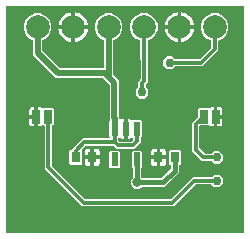
<source format=gtl>
G04 EAGLE Gerber RS-274X export*
G75*
%MOMM*%
%FSLAX34Y34*%
%LPD*%
%INTop Copper*%
%IPPOS*%
%AMOC8*
5,1,8,0,0,1.08239X$1,22.5*%
G01*
%ADD10C,2.000000*%
%ADD11R,0.750000X0.940000*%
%ADD12R,0.600000X1.150000*%
%ADD13R,0.635000X1.143000*%
%ADD14C,0.756400*%
%ADD15C,0.152400*%
%ADD16C,0.406400*%
%ADD17C,0.304800*%
%ADD18C,0.806400*%
%ADD19C,0.508000*%

G36*
X195020Y-5758D02*
X195020Y-5758D01*
X195039Y-5760D01*
X195141Y-5738D01*
X195243Y-5722D01*
X195260Y-5712D01*
X195280Y-5708D01*
X195369Y-5655D01*
X195460Y-5606D01*
X195474Y-5592D01*
X195491Y-5582D01*
X195558Y-5503D01*
X195630Y-5428D01*
X195638Y-5410D01*
X195651Y-5395D01*
X195690Y-5299D01*
X195733Y-5205D01*
X195735Y-5185D01*
X195743Y-5167D01*
X195761Y-5000D01*
X195761Y186166D01*
X195758Y186186D01*
X195760Y186206D01*
X195738Y186307D01*
X195722Y186409D01*
X195712Y186426D01*
X195708Y186446D01*
X195655Y186535D01*
X195606Y186626D01*
X195592Y186640D01*
X195582Y186657D01*
X195503Y186724D01*
X195428Y186796D01*
X195410Y186804D01*
X195395Y186817D01*
X195299Y186856D01*
X195205Y186899D01*
X195185Y186901D01*
X195167Y186909D01*
X195000Y186927D01*
X-5000Y186927D01*
X-5020Y186924D01*
X-5039Y186926D01*
X-5141Y186904D01*
X-5243Y186888D01*
X-5260Y186878D01*
X-5280Y186874D01*
X-5369Y186821D01*
X-5460Y186773D01*
X-5474Y186758D01*
X-5491Y186748D01*
X-5558Y186669D01*
X-5630Y186594D01*
X-5638Y186576D01*
X-5651Y186561D01*
X-5690Y186465D01*
X-5733Y186371D01*
X-5735Y186351D01*
X-5743Y186333D01*
X-5761Y186166D01*
X-5761Y-5000D01*
X-5758Y-5020D01*
X-5760Y-5039D01*
X-5738Y-5141D01*
X-5722Y-5243D01*
X-5712Y-5260D01*
X-5708Y-5280D01*
X-5655Y-5369D01*
X-5606Y-5460D01*
X-5592Y-5474D01*
X-5582Y-5491D01*
X-5503Y-5558D01*
X-5428Y-5630D01*
X-5410Y-5638D01*
X-5395Y-5651D01*
X-5299Y-5690D01*
X-5205Y-5733D01*
X-5185Y-5735D01*
X-5167Y-5743D01*
X-5000Y-5761D01*
X195000Y-5761D01*
X195020Y-5758D01*
G37*
%LPC*%
G36*
X48919Y52412D02*
X48919Y52412D01*
X48026Y53305D01*
X48026Y63968D01*
X48919Y64861D01*
X49491Y64861D01*
X49510Y64864D01*
X49530Y64862D01*
X49631Y64884D01*
X49733Y64901D01*
X49751Y64910D01*
X49771Y64914D01*
X49860Y64968D01*
X49951Y65016D01*
X49965Y65030D01*
X49982Y65041D01*
X50049Y65119D01*
X50120Y65194D01*
X50129Y65212D01*
X50142Y65228D01*
X50180Y65324D01*
X50224Y65417D01*
X50226Y65437D01*
X50233Y65456D01*
X50248Y65590D01*
X59247Y74589D01*
X81604Y74589D01*
X81675Y74601D01*
X81746Y74603D01*
X81795Y74621D01*
X81847Y74629D01*
X81910Y74662D01*
X81977Y74687D01*
X82018Y74720D01*
X82064Y74744D01*
X82113Y74796D01*
X82169Y74841D01*
X82197Y74885D01*
X82233Y74922D01*
X82264Y74987D01*
X82302Y75048D01*
X82315Y75098D01*
X82337Y75145D01*
X82345Y75217D01*
X82362Y75286D01*
X82358Y75338D01*
X82364Y75390D01*
X82349Y75460D01*
X82343Y75531D01*
X82323Y75579D01*
X82312Y75630D01*
X82275Y75692D01*
X82247Y75758D01*
X82202Y75814D01*
X82186Y75841D01*
X82168Y75857D01*
X82142Y75889D01*
X81676Y76355D01*
X81676Y89118D01*
X81783Y89225D01*
X81836Y89299D01*
X81896Y89368D01*
X81908Y89399D01*
X81927Y89425D01*
X81953Y89512D01*
X81987Y89597D01*
X81992Y89638D01*
X81999Y89660D01*
X81998Y89692D01*
X82006Y89763D01*
X82006Y119767D01*
X81991Y119858D01*
X81984Y119948D01*
X81971Y119978D01*
X81966Y120010D01*
X81923Y120091D01*
X81888Y120175D01*
X81862Y120207D01*
X81851Y120228D01*
X81828Y120250D01*
X81783Y120306D01*
X76640Y125449D01*
X76566Y125502D01*
X76497Y125561D01*
X76466Y125573D01*
X76440Y125592D01*
X76353Y125619D01*
X76268Y125653D01*
X76227Y125658D01*
X76205Y125665D01*
X76173Y125664D01*
X76102Y125672D01*
X36417Y125672D01*
X17036Y145053D01*
X17036Y157537D01*
X17017Y157652D01*
X17000Y157768D01*
X16997Y157774D01*
X16996Y157780D01*
X16942Y157883D01*
X16889Y157987D01*
X16884Y157992D01*
X16881Y157997D01*
X16797Y158077D01*
X16713Y158160D01*
X16706Y158163D01*
X16703Y158167D01*
X16686Y158175D01*
X16566Y158241D01*
X14572Y159066D01*
X11331Y162308D01*
X9576Y166544D01*
X9576Y171129D01*
X11331Y175365D01*
X14572Y178607D01*
X18808Y180361D01*
X23393Y180361D01*
X27629Y178607D01*
X30871Y175365D01*
X32625Y171129D01*
X32625Y166544D01*
X30871Y162308D01*
X27629Y159066D01*
X25635Y158241D01*
X25535Y158179D01*
X25436Y158119D01*
X25432Y158114D01*
X25426Y158111D01*
X25351Y158020D01*
X25276Y157932D01*
X25273Y157926D01*
X25269Y157921D01*
X25228Y157813D01*
X25184Y157704D01*
X25183Y157696D01*
X25181Y157692D01*
X25181Y157674D01*
X25165Y157537D01*
X25165Y148735D01*
X25180Y148645D01*
X25187Y148554D01*
X25200Y148525D01*
X25205Y148493D01*
X25248Y148412D01*
X25284Y148328D01*
X25309Y148296D01*
X25320Y148275D01*
X25344Y148253D01*
X25388Y148197D01*
X39561Y134024D01*
X39635Y133971D01*
X39705Y133912D01*
X39735Y133899D01*
X39761Y133881D01*
X39848Y133854D01*
X39933Y133820D01*
X39974Y133815D01*
X39996Y133808D01*
X40028Y133809D01*
X40100Y133801D01*
X76389Y133801D01*
X76409Y133804D01*
X76429Y133802D01*
X76530Y133824D01*
X76632Y133841D01*
X76649Y133850D01*
X76669Y133854D01*
X76758Y133908D01*
X76849Y133956D01*
X76863Y133970D01*
X76880Y133981D01*
X76947Y134059D01*
X77019Y134134D01*
X77027Y134152D01*
X77040Y134168D01*
X77079Y134264D01*
X77122Y134357D01*
X77124Y134377D01*
X77132Y134396D01*
X77150Y134562D01*
X77150Y157537D01*
X77132Y157652D01*
X77115Y157768D01*
X77112Y157774D01*
X77111Y157780D01*
X77056Y157883D01*
X77003Y157987D01*
X76999Y157992D01*
X76996Y157997D01*
X76912Y158077D01*
X76827Y158160D01*
X76821Y158163D01*
X76817Y158167D01*
X76800Y158174D01*
X76680Y158240D01*
X74687Y159066D01*
X71445Y162308D01*
X69690Y166544D01*
X69690Y171129D01*
X71445Y175365D01*
X74687Y178607D01*
X78923Y180361D01*
X83508Y180361D01*
X87743Y178607D01*
X90985Y175365D01*
X92740Y171129D01*
X92740Y166544D01*
X90985Y162308D01*
X87743Y159066D01*
X85750Y158240D01*
X85651Y158179D01*
X85550Y158119D01*
X85546Y158114D01*
X85541Y158111D01*
X85467Y158021D01*
X85390Y157932D01*
X85388Y157926D01*
X85384Y157921D01*
X85342Y157813D01*
X85298Y157704D01*
X85298Y157696D01*
X85296Y157692D01*
X85295Y157673D01*
X85280Y157537D01*
X85280Y128621D01*
X85295Y128531D01*
X85302Y128440D01*
X85314Y128410D01*
X85320Y128378D01*
X85362Y128298D01*
X85398Y128214D01*
X85424Y128182D01*
X85435Y128161D01*
X85458Y128139D01*
X85503Y128083D01*
X90135Y123450D01*
X90135Y93649D01*
X90150Y93559D01*
X90157Y93468D01*
X90170Y93439D01*
X90175Y93407D01*
X90218Y93326D01*
X90254Y93242D01*
X90265Y93227D01*
X90265Y91333D01*
X90281Y91239D01*
X90289Y91144D01*
X90301Y91118D01*
X90305Y91090D01*
X90350Y91006D01*
X90388Y90918D01*
X90407Y90898D01*
X90420Y90873D01*
X90489Y90807D01*
X90553Y90736D01*
X90578Y90723D01*
X90599Y90703D01*
X90685Y90663D01*
X90768Y90617D01*
X90796Y90612D01*
X90822Y90600D01*
X90916Y90589D01*
X91010Y90572D01*
X91038Y90576D01*
X91066Y90573D01*
X91159Y90593D01*
X91254Y90606D01*
X91286Y90620D01*
X91306Y90625D01*
X91335Y90642D01*
X91407Y90673D01*
X91720Y90854D01*
X92366Y91027D01*
X94201Y91027D01*
X94201Y83475D01*
X94205Y83455D01*
X94202Y83435D01*
X94224Y83334D01*
X94241Y83232D01*
X94250Y83214D01*
X94255Y83195D01*
X94308Y83106D01*
X94356Y83015D01*
X94371Y83001D01*
X94381Y82984D01*
X94460Y82916D01*
X94535Y82845D01*
X94553Y82837D01*
X94568Y82824D01*
X94664Y82785D01*
X94758Y82742D01*
X94777Y82739D01*
X94795Y82732D01*
X94720Y82720D01*
X94702Y82710D01*
X94683Y82706D01*
X94594Y82653D01*
X94503Y82605D01*
X94489Y82590D01*
X94472Y82580D01*
X94404Y82501D01*
X94333Y82426D01*
X94325Y82408D01*
X94312Y82393D01*
X94273Y82297D01*
X94230Y82203D01*
X94227Y82183D01*
X94220Y82165D01*
X94201Y81998D01*
X94201Y74446D01*
X92366Y74446D01*
X91720Y74619D01*
X91141Y74953D01*
X90771Y75323D01*
X90754Y75335D01*
X90742Y75351D01*
X90655Y75407D01*
X90571Y75467D01*
X90552Y75473D01*
X90535Y75484D01*
X90434Y75509D01*
X90336Y75539D01*
X90316Y75539D01*
X90296Y75544D01*
X90193Y75536D01*
X90090Y75533D01*
X90071Y75526D01*
X90051Y75525D01*
X89956Y75484D01*
X89859Y75449D01*
X89843Y75436D01*
X89825Y75428D01*
X89726Y75349D01*
X89647Y75307D01*
X89633Y75292D01*
X89616Y75282D01*
X89548Y75204D01*
X89477Y75129D01*
X89469Y75110D01*
X89456Y75095D01*
X89417Y74999D01*
X89374Y74905D01*
X89371Y74886D01*
X89364Y74867D01*
X89345Y74700D01*
X89345Y73119D01*
X89347Y73108D01*
X89360Y73028D01*
X89367Y72938D01*
X89380Y72908D01*
X89385Y72876D01*
X89428Y72795D01*
X89464Y72711D01*
X89489Y72679D01*
X89500Y72658D01*
X89524Y72636D01*
X89568Y72580D01*
X90041Y72108D01*
X90114Y72055D01*
X90184Y71996D01*
X90214Y71983D01*
X90240Y71965D01*
X90327Y71938D01*
X90412Y71904D01*
X90453Y71899D01*
X90475Y71892D01*
X90508Y71893D01*
X90579Y71885D01*
X100460Y71885D01*
X100550Y71900D01*
X100641Y71907D01*
X100671Y71920D01*
X100703Y71925D01*
X100784Y71968D01*
X100868Y72003D01*
X100900Y72029D01*
X100920Y72040D01*
X100921Y72041D01*
X100922Y72041D01*
X100943Y72064D01*
X100999Y72108D01*
X101929Y73039D01*
X101982Y73112D01*
X102042Y73182D01*
X102054Y73212D01*
X102073Y73238D01*
X102099Y73325D01*
X102133Y73410D01*
X102138Y73451D01*
X102145Y73473D01*
X102144Y73506D01*
X102152Y73577D01*
X102152Y74700D01*
X102149Y74720D01*
X102151Y74740D01*
X102129Y74841D01*
X102112Y74943D01*
X102103Y74961D01*
X102099Y74980D01*
X102045Y75069D01*
X101997Y75161D01*
X101983Y75174D01*
X101972Y75191D01*
X101894Y75259D01*
X101819Y75330D01*
X101801Y75338D01*
X101786Y75351D01*
X101689Y75390D01*
X101596Y75434D01*
X101576Y75436D01*
X101557Y75443D01*
X101538Y75445D01*
X101508Y75467D01*
X101489Y75473D01*
X101472Y75484D01*
X101371Y75509D01*
X101273Y75539D01*
X101253Y75539D01*
X101233Y75544D01*
X101130Y75536D01*
X101027Y75533D01*
X101008Y75526D01*
X100988Y75525D01*
X100893Y75484D01*
X100796Y75449D01*
X100780Y75436D01*
X100762Y75428D01*
X100631Y75323D01*
X100261Y74953D01*
X99681Y74619D01*
X99035Y74446D01*
X97200Y74446D01*
X97200Y81998D01*
X97197Y82018D01*
X97199Y82038D01*
X97177Y82139D01*
X97160Y82241D01*
X97151Y82259D01*
X97147Y82278D01*
X97093Y82367D01*
X97045Y82458D01*
X97031Y82472D01*
X97020Y82489D01*
X96942Y82557D01*
X96867Y82628D01*
X96849Y82636D01*
X96834Y82649D01*
X96737Y82688D01*
X96644Y82731D01*
X96624Y82734D01*
X96606Y82741D01*
X96681Y82753D01*
X96699Y82762D01*
X96719Y82767D01*
X96808Y82820D01*
X96899Y82868D01*
X96913Y82883D01*
X96930Y82893D01*
X96997Y82972D01*
X97068Y83047D01*
X97077Y83065D01*
X97090Y83080D01*
X97128Y83176D01*
X97172Y83270D01*
X97174Y83289D01*
X97181Y83308D01*
X97200Y83475D01*
X97200Y91027D01*
X99035Y91027D01*
X99681Y90854D01*
X100261Y90520D01*
X100631Y90149D01*
X100647Y90138D01*
X100660Y90122D01*
X100747Y90066D01*
X100831Y90006D01*
X100850Y90000D01*
X100866Y89989D01*
X100967Y89964D01*
X101066Y89934D01*
X101086Y89934D01*
X101105Y89929D01*
X101208Y89937D01*
X101312Y89940D01*
X101330Y89947D01*
X101350Y89948D01*
X101445Y89989D01*
X101507Y90011D01*
X108832Y90011D01*
X109725Y89118D01*
X109725Y76355D01*
X108797Y75427D01*
X108768Y75422D01*
X108750Y75413D01*
X108731Y75408D01*
X108642Y75355D01*
X108551Y75307D01*
X108537Y75292D01*
X108520Y75282D01*
X108452Y75204D01*
X108381Y75129D01*
X108373Y75110D01*
X108360Y75095D01*
X108321Y74999D01*
X108278Y74905D01*
X108275Y74886D01*
X108268Y74867D01*
X108249Y74700D01*
X108249Y73770D01*
X108264Y73680D01*
X108271Y73589D01*
X108284Y73559D01*
X108289Y73527D01*
X108332Y73446D01*
X108346Y73413D01*
X108346Y70832D01*
X106337Y68823D01*
X105310Y67797D01*
X105310Y67796D01*
X103301Y65788D01*
X87738Y65788D01*
X85729Y67796D01*
X85729Y67797D01*
X85257Y68269D01*
X85183Y68322D01*
X85113Y68381D01*
X85083Y68393D01*
X85057Y68412D01*
X84970Y68439D01*
X84885Y68473D01*
X84844Y68478D01*
X84822Y68485D01*
X84790Y68484D01*
X84719Y68492D01*
X62088Y68492D01*
X61998Y68477D01*
X61907Y68470D01*
X61877Y68457D01*
X61845Y68452D01*
X61765Y68409D01*
X61681Y68374D01*
X61649Y68348D01*
X61628Y68337D01*
X61606Y68314D01*
X61550Y68269D01*
X58451Y65169D01*
X58439Y65153D01*
X58423Y65141D01*
X58367Y65053D01*
X58307Y64970D01*
X58301Y64951D01*
X58290Y64934D01*
X58265Y64834D01*
X58235Y64735D01*
X58235Y64715D01*
X58230Y64695D01*
X58238Y64592D01*
X58241Y64489D01*
X58248Y64470D01*
X58249Y64450D01*
X58290Y64355D01*
X58325Y64258D01*
X58338Y64242D01*
X58346Y64224D01*
X58451Y64093D01*
X58575Y63968D01*
X58575Y53305D01*
X57682Y52412D01*
X48919Y52412D01*
G37*
%LPD*%
%LPC*%
G36*
X58737Y16951D02*
X58737Y16951D01*
X26951Y48737D01*
X26951Y84953D01*
X26948Y84972D01*
X26950Y84992D01*
X26928Y85093D01*
X26912Y85195D01*
X26902Y85213D01*
X26898Y85233D01*
X26845Y85322D01*
X26796Y85413D01*
X26782Y85427D01*
X26772Y85444D01*
X26693Y85511D01*
X26618Y85582D01*
X26600Y85591D01*
X26585Y85604D01*
X26489Y85642D01*
X26395Y85686D01*
X26375Y85688D01*
X26357Y85695D01*
X26329Y85699D01*
X26251Y85776D01*
X26154Y85846D01*
X26058Y85917D01*
X26054Y85918D01*
X26051Y85920D01*
X25937Y85955D01*
X25824Y85991D01*
X25820Y85991D01*
X25816Y85992D01*
X25697Y85989D01*
X25578Y85987D01*
X25574Y85986D01*
X25570Y85986D01*
X25459Y85945D01*
X25346Y85905D01*
X25343Y85903D01*
X25339Y85901D01*
X25245Y85826D01*
X25152Y85753D01*
X25150Y85750D01*
X25147Y85748D01*
X25140Y85737D01*
X25124Y85714D01*
X24615Y85206D01*
X24036Y84871D01*
X23389Y84698D01*
X21403Y84698D01*
X21403Y92192D01*
X21400Y92211D01*
X21402Y92231D01*
X21380Y92332D01*
X21363Y92434D01*
X21354Y92452D01*
X21350Y92471D01*
X21297Y92560D01*
X21248Y92652D01*
X21234Y92665D01*
X21224Y92683D01*
X21145Y92750D01*
X21070Y92821D01*
X21052Y92829D01*
X21037Y92842D01*
X20941Y92881D01*
X20847Y92925D01*
X20827Y92927D01*
X20809Y92934D01*
X20642Y92953D01*
X19879Y92953D01*
X19879Y92955D01*
X20642Y92955D01*
X20662Y92958D01*
X20681Y92956D01*
X20783Y92978D01*
X20885Y92994D01*
X20902Y93004D01*
X20922Y93008D01*
X21011Y93061D01*
X21102Y93109D01*
X21116Y93124D01*
X21133Y93134D01*
X21200Y93213D01*
X21271Y93288D01*
X21280Y93306D01*
X21293Y93321D01*
X21332Y93417D01*
X21375Y93511D01*
X21377Y93531D01*
X21385Y93549D01*
X21403Y93716D01*
X21403Y101209D01*
X23390Y101209D01*
X24036Y101036D01*
X24615Y100702D01*
X25159Y100158D01*
X25161Y100156D01*
X25203Y100104D01*
X25206Y100102D01*
X25209Y100099D01*
X25312Y100034D01*
X25410Y99971D01*
X25414Y99970D01*
X25417Y99968D01*
X25534Y99940D01*
X25649Y99911D01*
X25652Y99911D01*
X25656Y99910D01*
X25775Y99921D01*
X25894Y99930D01*
X25897Y99931D01*
X25901Y99932D01*
X26010Y99979D01*
X26120Y100026D01*
X26124Y100029D01*
X26126Y100030D01*
X26136Y100039D01*
X26251Y100131D01*
X26313Y100193D01*
X33927Y100193D01*
X34820Y99300D01*
X34820Y86607D01*
X33927Y85714D01*
X33810Y85714D01*
X33790Y85711D01*
X33771Y85713D01*
X33669Y85691D01*
X33567Y85674D01*
X33550Y85665D01*
X33530Y85661D01*
X33441Y85607D01*
X33350Y85559D01*
X33336Y85545D01*
X33319Y85534D01*
X33252Y85456D01*
X33180Y85381D01*
X33172Y85363D01*
X33159Y85348D01*
X33120Y85251D01*
X33077Y85158D01*
X33075Y85138D01*
X33067Y85119D01*
X33049Y84953D01*
X33049Y51578D01*
X33063Y51488D01*
X33071Y51397D01*
X33083Y51367D01*
X33088Y51335D01*
X33131Y51255D01*
X33167Y51171D01*
X33193Y51139D01*
X33204Y51118D01*
X33227Y51096D01*
X33272Y51040D01*
X61040Y23272D01*
X61114Y23219D01*
X61183Y23159D01*
X61213Y23147D01*
X61240Y23128D01*
X61327Y23101D01*
X61411Y23067D01*
X61452Y23063D01*
X61475Y23056D01*
X61507Y23057D01*
X61578Y23049D01*
X133422Y23049D01*
X133512Y23063D01*
X133603Y23071D01*
X133633Y23083D01*
X133665Y23088D01*
X133745Y23131D01*
X133829Y23167D01*
X133861Y23193D01*
X133882Y23204D01*
X133904Y23227D01*
X133960Y23272D01*
X152385Y41696D01*
X168051Y41696D01*
X168141Y41711D01*
X168232Y41718D01*
X168262Y41731D01*
X168294Y41736D01*
X168375Y41779D01*
X168458Y41814D01*
X168491Y41840D01*
X168511Y41851D01*
X168533Y41874D01*
X168589Y41919D01*
X170624Y43954D01*
X175021Y43954D01*
X178129Y40846D01*
X178129Y36449D01*
X175021Y33341D01*
X170624Y33341D01*
X168589Y35376D01*
X168515Y35429D01*
X168446Y35488D01*
X168416Y35501D01*
X168390Y35519D01*
X168303Y35546D01*
X168218Y35580D01*
X168177Y35585D01*
X168155Y35592D01*
X168122Y35591D01*
X168051Y35599D01*
X155226Y35599D01*
X155136Y35584D01*
X155045Y35577D01*
X155015Y35564D01*
X154983Y35559D01*
X154902Y35516D01*
X154818Y35481D01*
X154786Y35455D01*
X154766Y35444D01*
X154743Y35421D01*
X154687Y35376D01*
X136263Y16951D01*
X58737Y16951D01*
G37*
%LPD*%
%LPC*%
G36*
X130700Y133350D02*
X130700Y133350D01*
X127591Y136459D01*
X127591Y140855D01*
X130700Y143964D01*
X135096Y143964D01*
X137131Y141928D01*
X137205Y141875D01*
X137274Y141816D01*
X137305Y141804D01*
X137331Y141785D01*
X137418Y141758D01*
X137503Y141724D01*
X137544Y141719D01*
X137566Y141713D01*
X137598Y141713D01*
X137669Y141706D01*
X157695Y141706D01*
X157785Y141720D01*
X157876Y141727D01*
X157905Y141740D01*
X157937Y141745D01*
X158018Y141788D01*
X158102Y141824D01*
X158134Y141849D01*
X158155Y141860D01*
X158177Y141884D01*
X158233Y141928D01*
X167796Y151492D01*
X167850Y151566D01*
X167909Y151635D01*
X167921Y151666D01*
X167940Y151692D01*
X167967Y151779D01*
X168001Y151864D01*
X168005Y151904D01*
X168012Y151927D01*
X168012Y151959D01*
X168019Y152030D01*
X168019Y157116D01*
X168001Y157231D01*
X167984Y157347D01*
X167981Y157353D01*
X167980Y157359D01*
X167925Y157462D01*
X167872Y157567D01*
X167868Y157571D01*
X167865Y157576D01*
X167781Y157656D01*
X167696Y157739D01*
X167690Y157742D01*
X167686Y157746D01*
X167669Y157754D01*
X167549Y157820D01*
X164540Y159066D01*
X161298Y162308D01*
X159543Y166544D01*
X159543Y171129D01*
X161298Y175365D01*
X164540Y178607D01*
X168776Y180361D01*
X173361Y180361D01*
X177596Y178607D01*
X180838Y175365D01*
X182593Y171129D01*
X182593Y166544D01*
X180838Y162308D01*
X177596Y159066D01*
X174587Y157820D01*
X174488Y157758D01*
X174387Y157698D01*
X174383Y157693D01*
X174378Y157690D01*
X174304Y157600D01*
X174227Y157511D01*
X174225Y157505D01*
X174221Y157501D01*
X174179Y157392D01*
X174135Y157283D01*
X174135Y157275D01*
X174133Y157271D01*
X174132Y157253D01*
X174117Y157116D01*
X174117Y149189D01*
X160536Y135608D01*
X137669Y135608D01*
X137579Y135593D01*
X137488Y135586D01*
X137459Y135574D01*
X137427Y135568D01*
X137346Y135526D01*
X137262Y135490D01*
X137230Y135464D01*
X137209Y135453D01*
X137187Y135430D01*
X137131Y135385D01*
X135096Y133350D01*
X130700Y133350D01*
G37*
%LPD*%
%LPC*%
G36*
X107154Y108148D02*
X107154Y108148D01*
X104045Y111256D01*
X104045Y115653D01*
X106080Y117688D01*
X106133Y117762D01*
X106193Y117831D01*
X106205Y117861D01*
X106224Y117887D01*
X106250Y117974D01*
X106285Y118059D01*
X106289Y118100D01*
X106296Y118123D01*
X106295Y118155D01*
X106303Y118226D01*
X106303Y122726D01*
X107938Y124361D01*
X107992Y124436D01*
X108052Y124506D01*
X108063Y124535D01*
X108081Y124560D01*
X108109Y124649D01*
X108143Y124735D01*
X108147Y124774D01*
X108154Y124796D01*
X108153Y124828D01*
X108161Y124901D01*
X108058Y157103D01*
X108039Y157217D01*
X108022Y157332D01*
X108019Y157339D01*
X108018Y157346D01*
X107964Y157447D01*
X107911Y157551D01*
X107905Y157556D01*
X107902Y157563D01*
X107818Y157642D01*
X107735Y157723D01*
X107727Y157728D01*
X107723Y157732D01*
X107704Y157740D01*
X107588Y157804D01*
X104541Y159066D01*
X101299Y162308D01*
X99545Y166544D01*
X99545Y171129D01*
X101299Y175365D01*
X104541Y178607D01*
X108777Y180361D01*
X113362Y180361D01*
X117598Y178607D01*
X120840Y175365D01*
X122594Y171129D01*
X122594Y166544D01*
X120840Y162308D01*
X117598Y159066D01*
X114625Y157835D01*
X114525Y157773D01*
X114492Y157753D01*
X114491Y157753D01*
X114424Y157712D01*
X114421Y157708D01*
X114416Y157706D01*
X114341Y157615D01*
X114265Y157525D01*
X114263Y157520D01*
X114260Y157516D01*
X114217Y157406D01*
X114173Y157296D01*
X114173Y157290D01*
X114171Y157286D01*
X114171Y157271D01*
X114155Y157129D01*
X114258Y124907D01*
X114263Y124877D01*
X114263Y123336D01*
X114264Y123335D01*
X114263Y123333D01*
X114267Y122067D01*
X113374Y121174D01*
X113374Y121173D01*
X113373Y121172D01*
X112622Y120417D01*
X112570Y120343D01*
X112511Y120275D01*
X112498Y120244D01*
X112479Y120216D01*
X112453Y120130D01*
X112419Y120047D01*
X112414Y120004D01*
X112407Y119981D01*
X112408Y119949D01*
X112401Y119880D01*
X112401Y118226D01*
X112415Y118136D01*
X112422Y118045D01*
X112435Y118015D01*
X112440Y117983D01*
X112483Y117903D01*
X112519Y117819D01*
X112544Y117787D01*
X112555Y117766D01*
X112579Y117744D01*
X112624Y117688D01*
X114659Y115653D01*
X114659Y111256D01*
X111550Y108148D01*
X107154Y108148D01*
G37*
%LPD*%
%LPC*%
G36*
X104176Y31724D02*
X104176Y31724D01*
X102133Y32570D01*
X100570Y34133D01*
X99724Y36175D01*
X99724Y38386D01*
X100570Y40428D01*
X101425Y41283D01*
X101479Y41358D01*
X101538Y41427D01*
X101550Y41457D01*
X101569Y41483D01*
X101596Y41571D01*
X101630Y41655D01*
X101634Y41696D01*
X101641Y41718D01*
X101641Y41750D01*
X101648Y41822D01*
X101646Y49069D01*
X101644Y49081D01*
X101645Y49088D01*
X101637Y49127D01*
X101632Y49159D01*
X101624Y49250D01*
X101612Y49280D01*
X101606Y49312D01*
X101564Y49393D01*
X101528Y49477D01*
X101502Y49509D01*
X101491Y49530D01*
X101468Y49552D01*
X101423Y49608D01*
X100676Y50355D01*
X100676Y63118D01*
X101569Y64011D01*
X108832Y64011D01*
X109725Y63118D01*
X109725Y50355D01*
X108983Y49612D01*
X108929Y49538D01*
X108870Y49468D01*
X108858Y49439D01*
X108839Y49412D01*
X108812Y49325D01*
X108778Y49240D01*
X108774Y49200D01*
X108767Y49177D01*
X108768Y49145D01*
X108760Y49074D01*
X108762Y41973D01*
X108777Y41883D01*
X108784Y41792D01*
X108796Y41762D01*
X108802Y41730D01*
X108844Y41650D01*
X108880Y41566D01*
X108906Y41534D01*
X108917Y41513D01*
X108940Y41491D01*
X108985Y41435D01*
X109360Y41060D01*
X109434Y41007D01*
X109503Y40948D01*
X109533Y40935D01*
X109559Y40917D01*
X109646Y40890D01*
X109731Y40856D01*
X109772Y40851D01*
X109794Y40844D01*
X109827Y40845D01*
X109898Y40837D01*
X125492Y40837D01*
X125582Y40852D01*
X125673Y40859D01*
X125703Y40872D01*
X125735Y40877D01*
X125815Y40920D01*
X125899Y40955D01*
X125931Y40981D01*
X125952Y40992D01*
X125974Y41015D01*
X126030Y41060D01*
X133513Y48543D01*
X133560Y48608D01*
X133572Y48621D01*
X133574Y48627D01*
X133626Y48687D01*
X133638Y48717D01*
X133657Y48743D01*
X133683Y48830D01*
X133718Y48915D01*
X133722Y48956D01*
X133729Y48978D01*
X133728Y49010D01*
X133736Y49081D01*
X133736Y51650D01*
X133733Y51670D01*
X133735Y51690D01*
X133713Y51791D01*
X133696Y51893D01*
X133687Y51911D01*
X133683Y51930D01*
X133630Y52019D01*
X133581Y52111D01*
X133567Y52124D01*
X133557Y52141D01*
X133478Y52209D01*
X133403Y52280D01*
X133385Y52288D01*
X133370Y52301D01*
X133274Y52340D01*
X133180Y52384D01*
X133160Y52386D01*
X133142Y52393D01*
X132975Y52412D01*
X132911Y52412D01*
X132018Y53305D01*
X132018Y63968D01*
X132911Y64861D01*
X141674Y64861D01*
X142568Y63968D01*
X142568Y53305D01*
X141674Y52412D01*
X141611Y52412D01*
X141591Y52408D01*
X141571Y52411D01*
X141470Y52389D01*
X141368Y52372D01*
X141351Y52363D01*
X141331Y52358D01*
X141242Y52305D01*
X141151Y52257D01*
X141137Y52242D01*
X141120Y52232D01*
X141053Y52154D01*
X140981Y52079D01*
X140973Y52060D01*
X140960Y52045D01*
X140921Y51949D01*
X140878Y51855D01*
X140876Y51836D01*
X140868Y51817D01*
X140850Y51650D01*
X140850Y45820D01*
X128754Y33724D01*
X109898Y33724D01*
X109808Y33709D01*
X109717Y33702D01*
X109687Y33689D01*
X109655Y33684D01*
X109574Y33641D01*
X109491Y33606D01*
X109458Y33580D01*
X109438Y33569D01*
X109416Y33546D01*
X109360Y33501D01*
X108429Y32570D01*
X106386Y31724D01*
X104176Y31724D01*
G37*
%LPD*%
%LPC*%
G36*
X170624Y53309D02*
X170624Y53309D01*
X168589Y55344D01*
X168515Y55397D01*
X168446Y55456D01*
X168416Y55468D01*
X168390Y55487D01*
X168303Y55514D01*
X168218Y55548D01*
X168177Y55553D01*
X168155Y55560D01*
X168122Y55559D01*
X168051Y55567D01*
X160122Y55567D01*
X151951Y63737D01*
X151951Y87648D01*
X156646Y92343D01*
X156699Y92417D01*
X156758Y92486D01*
X156770Y92516D01*
X156789Y92542D01*
X156816Y92629D01*
X156850Y92714D01*
X156855Y92755D01*
X156862Y92777D01*
X156861Y92810D01*
X156869Y92881D01*
X156869Y99300D01*
X157762Y100193D01*
X165375Y100193D01*
X165437Y100131D01*
X165534Y100062D01*
X165630Y99991D01*
X165634Y99990D01*
X165637Y99987D01*
X165752Y99952D01*
X165865Y99916D01*
X165868Y99916D01*
X165872Y99915D01*
X165991Y99918D01*
X166111Y99920D01*
X166114Y99921D01*
X166118Y99921D01*
X166229Y99962D01*
X166342Y100002D01*
X166345Y100005D01*
X166349Y100006D01*
X166443Y100081D01*
X166536Y100154D01*
X166539Y100158D01*
X166541Y100160D01*
X166548Y100171D01*
X166565Y100193D01*
X167073Y100702D01*
X167653Y101036D01*
X168299Y101209D01*
X170285Y101209D01*
X170285Y93716D01*
X170288Y93696D01*
X170286Y93676D01*
X170308Y93575D01*
X170325Y93473D01*
X170334Y93455D01*
X170338Y93436D01*
X170392Y93347D01*
X170440Y93256D01*
X170454Y93242D01*
X170465Y93225D01*
X170543Y93158D01*
X170618Y93086D01*
X170636Y93078D01*
X170652Y93065D01*
X170748Y93026D01*
X170841Y92983D01*
X170861Y92980D01*
X170880Y92973D01*
X171046Y92955D01*
X171809Y92955D01*
X171809Y92953D01*
X171046Y92953D01*
X171027Y92950D01*
X171007Y92952D01*
X170906Y92930D01*
X170804Y92913D01*
X170786Y92904D01*
X170767Y92900D01*
X170678Y92846D01*
X170586Y92798D01*
X170573Y92784D01*
X170555Y92773D01*
X170488Y92695D01*
X170417Y92620D01*
X170409Y92602D01*
X170396Y92586D01*
X170357Y92490D01*
X170313Y92397D01*
X170311Y92377D01*
X170304Y92358D01*
X170285Y92192D01*
X170285Y84698D01*
X168299Y84698D01*
X167653Y84871D01*
X167073Y85206D01*
X166529Y85749D01*
X166527Y85751D01*
X166485Y85804D01*
X166482Y85806D01*
X166480Y85809D01*
X166378Y85873D01*
X166278Y85937D01*
X166275Y85937D01*
X166271Y85940D01*
X166155Y85968D01*
X166040Y85997D01*
X166036Y85996D01*
X166032Y85997D01*
X165913Y85987D01*
X165795Y85978D01*
X165791Y85976D01*
X165787Y85976D01*
X165678Y85928D01*
X165568Y85881D01*
X165565Y85878D01*
X165562Y85877D01*
X165553Y85869D01*
X165437Y85776D01*
X165375Y85714D01*
X158956Y85714D01*
X158865Y85699D01*
X158775Y85692D01*
X158745Y85679D01*
X158713Y85674D01*
X158632Y85631D01*
X158548Y85596D01*
X158516Y85570D01*
X158495Y85559D01*
X158473Y85536D01*
X158417Y85491D01*
X158272Y85345D01*
X158227Y85283D01*
X158201Y85256D01*
X158196Y85245D01*
X158159Y85202D01*
X158147Y85172D01*
X158128Y85146D01*
X158101Y85059D01*
X158067Y84974D01*
X158063Y84933D01*
X158056Y84911D01*
X158057Y84878D01*
X158049Y84807D01*
X158049Y66578D01*
X158063Y66488D01*
X158071Y66397D01*
X158083Y66367D01*
X158088Y66335D01*
X158131Y66255D01*
X158167Y66171D01*
X158193Y66139D01*
X158204Y66118D01*
X158227Y66096D01*
X158244Y66074D01*
X158249Y66067D01*
X158254Y66063D01*
X158272Y66040D01*
X162424Y61887D01*
X162498Y61834D01*
X162568Y61775D01*
X162598Y61762D01*
X162624Y61744D01*
X162711Y61717D01*
X162796Y61683D01*
X162837Y61678D01*
X162859Y61671D01*
X162891Y61672D01*
X162963Y61664D01*
X168051Y61664D01*
X168141Y61679D01*
X168232Y61686D01*
X168262Y61699D01*
X168294Y61704D01*
X168375Y61747D01*
X168458Y61782D01*
X168491Y61808D01*
X168511Y61819D01*
X168533Y61842D01*
X168589Y61887D01*
X170624Y63922D01*
X175021Y63922D01*
X178129Y60814D01*
X178129Y56417D01*
X175021Y53309D01*
X170624Y53309D01*
G37*
%LPD*%
%LPC*%
G36*
X82569Y49462D02*
X82569Y49462D01*
X81676Y50355D01*
X81676Y63118D01*
X82569Y64011D01*
X89832Y64011D01*
X90725Y63118D01*
X90725Y50355D01*
X89832Y49462D01*
X82569Y49462D01*
G37*
%LPD*%
%LPC*%
G36*
X52667Y170360D02*
X52667Y170360D01*
X52667Y181292D01*
X54080Y181068D01*
X55958Y180458D01*
X57716Y179562D01*
X59313Y178402D01*
X60709Y177006D01*
X61870Y175409D01*
X62766Y173650D01*
X63376Y171773D01*
X63600Y170360D01*
X52667Y170360D01*
G37*
%LPD*%
%LPC*%
G36*
X142562Y170360D02*
X142562Y170360D01*
X142562Y181292D01*
X143976Y181068D01*
X145853Y180458D01*
X147612Y179562D01*
X149209Y178402D01*
X150605Y177006D01*
X151765Y175409D01*
X152661Y173650D01*
X153271Y171773D01*
X153495Y170360D01*
X142562Y170360D01*
G37*
%LPD*%
%LPC*%
G36*
X38688Y170360D02*
X38688Y170360D01*
X38912Y171773D01*
X39522Y173650D01*
X40418Y175409D01*
X41578Y177006D01*
X42974Y178402D01*
X44571Y179562D01*
X46330Y180458D01*
X48207Y181068D01*
X49620Y181292D01*
X49620Y170360D01*
X38688Y170360D01*
G37*
%LPD*%
%LPC*%
G36*
X128583Y170360D02*
X128583Y170360D01*
X128807Y171773D01*
X129417Y173650D01*
X130313Y175409D01*
X131474Y177006D01*
X132869Y178402D01*
X134466Y179562D01*
X136225Y180458D01*
X138102Y181068D01*
X139516Y181292D01*
X139516Y170360D01*
X128583Y170360D01*
G37*
%LPD*%
%LPC*%
G36*
X52667Y167313D02*
X52667Y167313D01*
X63599Y167313D01*
X63376Y165900D01*
X62766Y164022D01*
X61870Y162264D01*
X60709Y160667D01*
X59313Y159271D01*
X57716Y158111D01*
X55958Y157215D01*
X54080Y156604D01*
X52667Y156381D01*
X52667Y167313D01*
G37*
%LPD*%
%LPC*%
G36*
X142562Y167313D02*
X142562Y167313D01*
X153495Y167313D01*
X153271Y165900D01*
X152661Y164022D01*
X151765Y162264D01*
X150605Y160667D01*
X149209Y159271D01*
X147612Y158111D01*
X145853Y157215D01*
X143976Y156604D01*
X142562Y156381D01*
X142562Y167313D01*
G37*
%LPD*%
%LPC*%
G36*
X138102Y156604D02*
X138102Y156604D01*
X136225Y157215D01*
X134466Y158111D01*
X132869Y159271D01*
X131474Y160667D01*
X130313Y162264D01*
X129417Y164022D01*
X128807Y165900D01*
X128583Y167313D01*
X139516Y167313D01*
X139516Y156381D01*
X138102Y156604D01*
G37*
%LPD*%
%LPC*%
G36*
X48207Y156604D02*
X48207Y156604D01*
X46330Y157215D01*
X44571Y158111D01*
X42974Y159271D01*
X41578Y160667D01*
X40418Y162264D01*
X39522Y164022D01*
X38912Y165900D01*
X38688Y167313D01*
X49620Y167313D01*
X49620Y156381D01*
X48207Y156604D01*
G37*
%LPD*%
%LPC*%
G36*
X173332Y94477D02*
X173332Y94477D01*
X173332Y101209D01*
X175318Y101209D01*
X175964Y101036D01*
X176543Y100702D01*
X177016Y100229D01*
X177351Y99649D01*
X177524Y99003D01*
X177524Y94477D01*
X173332Y94477D01*
G37*
%LPD*%
%LPC*%
G36*
X173332Y84698D02*
X173332Y84698D01*
X173332Y91430D01*
X177524Y91430D01*
X177524Y86904D01*
X177351Y86258D01*
X177016Y85679D01*
X176543Y85206D01*
X175964Y84871D01*
X175318Y84698D01*
X173332Y84698D01*
G37*
%LPD*%
%LPC*%
G36*
X14164Y94477D02*
X14164Y94477D01*
X14164Y99003D01*
X14337Y99649D01*
X14672Y100229D01*
X15145Y100702D01*
X15724Y101036D01*
X16371Y101209D01*
X18357Y101209D01*
X18357Y94477D01*
X14164Y94477D01*
G37*
%LPD*%
%LPC*%
G36*
X16371Y84698D02*
X16371Y84698D01*
X15724Y84871D01*
X15145Y85206D01*
X14672Y85679D01*
X14337Y86258D01*
X14164Y86904D01*
X14164Y91430D01*
X18357Y91430D01*
X18357Y84698D01*
X16371Y84698D01*
G37*
%LPD*%
%LPC*%
G36*
X124816Y60160D02*
X124816Y60160D01*
X124816Y65877D01*
X127377Y65877D01*
X128024Y65704D01*
X128603Y65370D01*
X129076Y64896D01*
X129410Y64317D01*
X129584Y63671D01*
X129584Y60160D01*
X124816Y60160D01*
G37*
%LPD*%
%LPC*%
G36*
X68824Y60160D02*
X68824Y60160D01*
X68824Y65877D01*
X71385Y65877D01*
X72031Y65704D01*
X72611Y65370D01*
X73084Y64896D01*
X73418Y64317D01*
X73591Y63671D01*
X73591Y60160D01*
X68824Y60160D01*
G37*
%LPD*%
%LPC*%
G36*
X117002Y60160D02*
X117002Y60160D01*
X117002Y63671D01*
X117175Y64317D01*
X117510Y64896D01*
X117983Y65370D01*
X118562Y65704D01*
X119208Y65877D01*
X121770Y65877D01*
X121770Y60160D01*
X117002Y60160D01*
G37*
%LPD*%
%LPC*%
G36*
X61010Y60160D02*
X61010Y60160D01*
X61010Y63671D01*
X61183Y64317D01*
X61518Y64896D01*
X61991Y65370D01*
X62570Y65704D01*
X63216Y65877D01*
X65777Y65877D01*
X65777Y60160D01*
X61010Y60160D01*
G37*
%LPD*%
%LPC*%
G36*
X68824Y51396D02*
X68824Y51396D01*
X68824Y57113D01*
X73591Y57113D01*
X73591Y53602D01*
X73418Y52956D01*
X73084Y52376D01*
X72611Y51903D01*
X72031Y51569D01*
X71385Y51396D01*
X68824Y51396D01*
G37*
%LPD*%
%LPC*%
G36*
X124816Y51396D02*
X124816Y51396D01*
X124816Y57113D01*
X129584Y57113D01*
X129584Y53602D01*
X129410Y52956D01*
X129076Y52376D01*
X128603Y51903D01*
X128024Y51569D01*
X127377Y51396D01*
X124816Y51396D01*
G37*
%LPD*%
%LPC*%
G36*
X63216Y51396D02*
X63216Y51396D01*
X62570Y51569D01*
X61991Y51903D01*
X61518Y52376D01*
X61183Y52956D01*
X61010Y53602D01*
X61010Y57113D01*
X65777Y57113D01*
X65777Y51396D01*
X63216Y51396D01*
G37*
%LPD*%
%LPC*%
G36*
X119208Y51396D02*
X119208Y51396D01*
X118562Y51569D01*
X117983Y51903D01*
X117510Y52376D01*
X117175Y52956D01*
X117002Y53602D01*
X117002Y57113D01*
X121770Y57113D01*
X121770Y51396D01*
X119208Y51396D01*
G37*
%LPD*%
%LPC*%
G36*
X51143Y168836D02*
X51143Y168836D01*
X51143Y168837D01*
X51145Y168837D01*
X51145Y168836D01*
X51143Y168836D01*
G37*
%LPD*%
%LPC*%
G36*
X141038Y168836D02*
X141038Y168836D01*
X141038Y168837D01*
X141040Y168837D01*
X141040Y168836D01*
X141038Y168836D01*
G37*
%LPD*%
%LPC*%
G36*
X123292Y58636D02*
X123292Y58636D01*
X123292Y58637D01*
X123294Y58637D01*
X123294Y58636D01*
X123292Y58636D01*
G37*
%LPD*%
%LPC*%
G36*
X67300Y58636D02*
X67300Y58636D01*
X67300Y58637D01*
X67302Y58637D01*
X67302Y58636D01*
X67300Y58636D01*
G37*
%LPD*%
D10*
X21101Y168836D03*
D11*
X123293Y58636D03*
X137293Y58636D03*
X67301Y58636D03*
X53301Y58636D03*
D10*
X111069Y168836D03*
X51144Y168836D03*
D12*
X105201Y82736D03*
X95701Y82736D03*
X86201Y82736D03*
X86201Y56736D03*
X105201Y56736D03*
D10*
X81215Y168836D03*
X141039Y168836D03*
X171068Y168836D03*
D13*
X19880Y92954D03*
X30120Y92954D03*
X161568Y92954D03*
X171808Y92954D03*
D14*
X71112Y38145D03*
X93513Y148223D03*
X132580Y75717D03*
X57976Y105616D03*
X37073Y150566D03*
X45000Y15000D03*
D15*
X104585Y55276D02*
X106109Y53752D01*
X104585Y55276D02*
X105201Y56736D01*
D16*
X105206Y37355D01*
D17*
X105281Y37280D01*
D18*
X105281Y37280D03*
D16*
X127280Y37280D01*
X137293Y47293D02*
X137293Y58636D01*
X137293Y47293D02*
X127280Y37280D01*
D15*
X26861Y164388D02*
X22289Y168960D01*
X26861Y164388D02*
X28385Y164388D01*
X72581Y168960D02*
X79305Y168960D01*
X22289Y168960D02*
X21101Y168836D01*
X79305Y168960D02*
X81215Y168836D01*
X53197Y59796D02*
X53301Y58636D01*
X86201Y82736D02*
X86297Y82708D01*
X104585Y82708D02*
X105201Y82736D01*
X86297Y84232D02*
X86201Y82736D01*
D19*
X86201Y91521D01*
X86071Y91651D01*
X86071Y121766D01*
X81215Y126622D02*
X81215Y168836D01*
X81215Y126622D02*
X86071Y121766D01*
X81215Y126622D02*
X78101Y129736D01*
X38101Y129736D01*
X21101Y146736D02*
X21101Y168836D01*
X21101Y146736D02*
X38101Y129736D01*
D17*
X86297Y82708D02*
X86297Y71540D01*
X89001Y68836D01*
X102038Y68836D02*
X105297Y72095D01*
X105201Y72191D01*
X105201Y82736D01*
X102038Y68836D02*
X89001Y68836D01*
X53301Y64331D02*
X53301Y58636D01*
X60510Y71540D02*
X86297Y71540D01*
X60510Y71540D02*
X53301Y64331D01*
X109352Y121463D02*
X111215Y123326D01*
X111069Y168836D01*
X109352Y121463D02*
X109352Y113455D01*
D14*
X109352Y113455D03*
X132898Y138657D03*
D17*
X159273Y138657D01*
X171068Y150452D02*
X171068Y168836D01*
X171068Y150452D02*
X159273Y138657D01*
D14*
X172823Y38648D03*
D17*
X30120Y92954D02*
X30000Y92834D01*
X30000Y50000D01*
X60000Y20000D01*
X153648Y38648D02*
X172823Y38648D01*
X135000Y20000D02*
X60000Y20000D01*
X135000Y20000D02*
X153648Y38648D01*
D14*
X172823Y58615D03*
D17*
X155000Y86385D02*
X161568Y92954D01*
X161385Y58615D02*
X172823Y58615D01*
X155000Y65000D02*
X155000Y86385D01*
X155000Y65000D02*
X161385Y58615D01*
M02*

</source>
